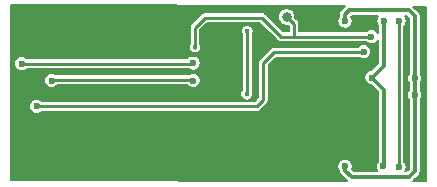
<source format=gbr>
G04 #@! TF.GenerationSoftware,KiCad,Pcbnew,(5.1.10)-1*
G04 #@! TF.CreationDate,2021-08-26T23:10:21-05:00*
G04 #@! TF.ProjectId,OGPsim,4f475073-696d-42e6-9b69-6361645f7063,rev?*
G04 #@! TF.SameCoordinates,Original*
G04 #@! TF.FileFunction,Copper,L2,Bot*
G04 #@! TF.FilePolarity,Positive*
%FSLAX46Y46*%
G04 Gerber Fmt 4.6, Leading zero omitted, Abs format (unit mm)*
G04 Created by KiCad (PCBNEW (5.1.10)-1) date 2021-08-26 23:10:21*
%MOMM*%
%LPD*%
G01*
G04 APERTURE LIST*
G04 #@! TA.AperFunction,ViaPad*
%ADD10C,0.600000*%
G04 #@! TD*
G04 #@! TA.AperFunction,ViaPad*
%ADD11C,0.400000*%
G04 #@! TD*
G04 #@! TA.AperFunction,ViaPad*
%ADD12C,0.800000*%
G04 #@! TD*
G04 #@! TA.AperFunction,Conductor*
%ADD13C,0.350000*%
G04 #@! TD*
G04 #@! TA.AperFunction,Conductor*
%ADD14C,0.250000*%
G04 #@! TD*
G04 #@! TA.AperFunction,Conductor*
%ADD15C,0.175000*%
G04 #@! TD*
G04 #@! TA.AperFunction,Conductor*
%ADD16C,0.100000*%
G04 #@! TD*
G04 APERTURE END LIST*
D10*
X161594800Y-88188800D03*
X161645600Y-100431600D03*
D11*
X148539200Y-91490800D03*
X148539200Y-90830400D03*
X148590000Y-89357200D03*
X148590000Y-88747600D03*
X150520400Y-89611200D03*
X151130000Y-89611200D03*
D12*
X153162000Y-96875600D03*
X153162000Y-98856800D03*
X143052800Y-90424000D03*
X143002000Y-97180400D03*
X147116800Y-94132400D03*
X137668000Y-100482400D03*
X137414000Y-87884000D03*
D10*
X166776400Y-87274400D03*
X166827200Y-101244400D03*
D11*
X165455600Y-98653600D03*
X165506400Y-89154000D03*
D10*
X162560000Y-91897200D03*
X162763200Y-95199200D03*
X157835600Y-93370400D03*
X158292800Y-97282000D03*
X160223200Y-96570800D03*
X158546800Y-101447600D03*
X136347200Y-94183200D03*
X136347200Y-92405200D03*
X148437600Y-92506800D03*
X149250400Y-94386400D03*
X151180800Y-92354400D03*
X153873200Y-87122000D03*
X149047200Y-101498400D03*
X154990800Y-91490800D03*
X160274000Y-100431600D03*
X160274000Y-88138000D03*
X166166800Y-92964000D03*
X166166800Y-94386400D03*
X163525200Y-100431600D03*
X163576000Y-88138000D03*
X162560000Y-92913200D03*
D11*
X147574000Y-90322400D03*
D10*
X162509200Y-89458800D03*
D12*
X155346400Y-87782400D03*
D11*
X151993600Y-89001600D03*
X151942800Y-94335600D03*
D10*
X147421600Y-93167200D03*
X135432800Y-93167200D03*
X161848800Y-90728800D03*
X134162800Y-95351600D03*
X147421600Y-91694000D03*
X132892800Y-91744800D03*
X164846000Y-100482400D03*
X164846000Y-88138000D03*
D13*
X160274000Y-100380800D02*
X160274000Y-100787200D01*
X160274000Y-100787200D02*
X160832800Y-101346000D01*
X160832800Y-101346000D02*
X165658800Y-101346000D01*
X165658800Y-101346000D02*
X166166800Y-100838000D01*
X166166800Y-100838000D02*
X166166800Y-94386400D01*
X166166800Y-87731600D02*
X165658800Y-87223600D01*
X165658800Y-87223600D02*
X160629600Y-87223600D01*
X160274000Y-87579200D02*
X160274000Y-88138000D01*
X160629600Y-87223600D02*
X160274000Y-87579200D01*
X166166800Y-92964000D02*
X166166800Y-87731600D01*
X166166800Y-94386400D02*
X166166800Y-92964000D01*
X162560000Y-92913200D02*
X163576000Y-91897200D01*
X163576000Y-91897200D02*
X163576000Y-91541600D01*
X162560000Y-92913200D02*
X163576000Y-93929200D01*
X163576000Y-91541600D02*
X163576000Y-88138000D01*
X163576000Y-100330000D02*
X163525200Y-100380800D01*
X163576000Y-93929200D02*
X163576000Y-100330000D01*
D14*
X147574000Y-90373200D02*
X147574000Y-88696800D01*
X147574000Y-88696800D02*
X148437600Y-87833200D01*
X154838400Y-89458800D02*
X153212800Y-87833200D01*
X148437600Y-87833200D02*
X153212800Y-87833200D01*
X155956000Y-88392000D02*
X155956000Y-89458800D01*
X155346400Y-87782400D02*
X155956000Y-88392000D01*
X155956000Y-89458800D02*
X154838400Y-89458800D01*
X162509200Y-89458800D02*
X155956000Y-89458800D01*
X151993600Y-94284800D02*
X151942800Y-94335600D01*
X151993600Y-89001600D02*
X151993600Y-94284800D01*
X147421600Y-93116400D02*
X135483600Y-93116400D01*
X135483600Y-93116400D02*
X135432800Y-93167200D01*
X161848800Y-90728800D02*
X161798000Y-90779600D01*
X161798000Y-90779600D02*
X154279600Y-90779600D01*
X154279600Y-90779600D02*
X153365200Y-91694000D01*
X153365200Y-91694000D02*
X153365200Y-94792800D01*
X153365200Y-94792800D02*
X152806400Y-95351600D01*
X152806400Y-95351600D02*
X134213600Y-95351600D01*
X147421600Y-91744800D02*
X132892800Y-91744800D01*
X164846000Y-88138000D02*
X164846000Y-100025200D01*
X164846000Y-100431600D02*
X164846000Y-100025200D01*
D15*
X167125100Y-86904132D02*
X167125101Y-101715132D01*
X166021663Y-101711197D01*
X166022945Y-101710145D01*
X166038990Y-101690594D01*
X166511394Y-101218190D01*
X166530945Y-101202145D01*
X166594989Y-101124107D01*
X166642579Y-101035074D01*
X166671884Y-100938467D01*
X166679300Y-100863170D01*
X166679300Y-100863161D01*
X166681778Y-100838001D01*
X166679300Y-100812841D01*
X166679300Y-94766860D01*
X166731746Y-94688370D01*
X166779802Y-94572352D01*
X166804300Y-94449188D01*
X166804300Y-94323612D01*
X166779802Y-94200448D01*
X166731746Y-94084430D01*
X166679300Y-94005940D01*
X166679300Y-93344460D01*
X166731746Y-93265970D01*
X166779802Y-93149952D01*
X166804300Y-93026788D01*
X166804300Y-92901212D01*
X166779802Y-92778048D01*
X166731746Y-92662030D01*
X166679300Y-92583540D01*
X166679300Y-87756759D01*
X166681778Y-87731599D01*
X166679300Y-87706439D01*
X166679300Y-87706430D01*
X166671884Y-87631133D01*
X166642579Y-87534526D01*
X166594989Y-87445493D01*
X166530945Y-87367455D01*
X166511394Y-87351410D01*
X166060319Y-86900335D01*
X167125100Y-86904132D01*
G04 #@! TA.AperFunction,Conductor*
D16*
G36*
X167125100Y-86904132D02*
G01*
X167125101Y-101715132D01*
X166021663Y-101711197D01*
X166022945Y-101710145D01*
X166038990Y-101690594D01*
X166511394Y-101218190D01*
X166530945Y-101202145D01*
X166594989Y-101124107D01*
X166642579Y-101035074D01*
X166671884Y-100938467D01*
X166679300Y-100863170D01*
X166679300Y-100863161D01*
X166681778Y-100838001D01*
X166679300Y-100812841D01*
X166679300Y-94766860D01*
X166731746Y-94688370D01*
X166779802Y-94572352D01*
X166804300Y-94449188D01*
X166804300Y-94323612D01*
X166779802Y-94200448D01*
X166731746Y-94084430D01*
X166679300Y-94005940D01*
X166679300Y-93344460D01*
X166731746Y-93265970D01*
X166779802Y-93149952D01*
X166804300Y-93026788D01*
X166804300Y-92901212D01*
X166779802Y-92778048D01*
X166731746Y-92662030D01*
X166679300Y-92583540D01*
X166679300Y-87756759D01*
X166681778Y-87731599D01*
X166679300Y-87706439D01*
X166679300Y-87706430D01*
X166671884Y-87631133D01*
X166642579Y-87534526D01*
X166594989Y-87445493D01*
X166530945Y-87367455D01*
X166511394Y-87351410D01*
X166060319Y-86900335D01*
X167125100Y-86904132D01*
G37*
G04 #@! TD.AperFunction*
D15*
X160248807Y-86879609D02*
X159929406Y-87199010D01*
X159909855Y-87215055D01*
X159845811Y-87293093D01*
X159798221Y-87382127D01*
X159768916Y-87478734D01*
X159761500Y-87554031D01*
X159761500Y-87554040D01*
X159759022Y-87579200D01*
X159761500Y-87604361D01*
X159761500Y-87757539D01*
X159709054Y-87836030D01*
X159660998Y-87952048D01*
X159636500Y-88075212D01*
X159636500Y-88200788D01*
X159660998Y-88323952D01*
X159709054Y-88439970D01*
X159778821Y-88544383D01*
X159867617Y-88633179D01*
X159972030Y-88702946D01*
X160088048Y-88751002D01*
X160211212Y-88775500D01*
X160336788Y-88775500D01*
X160459952Y-88751002D01*
X160575970Y-88702946D01*
X160680383Y-88633179D01*
X160769179Y-88544383D01*
X160838946Y-88439970D01*
X160887002Y-88323952D01*
X160911500Y-88200788D01*
X160911500Y-88075212D01*
X160887002Y-87952048D01*
X160838946Y-87836030D01*
X160800096Y-87777888D01*
X160841884Y-87736100D01*
X163077826Y-87736100D01*
X163011054Y-87836030D01*
X162962998Y-87952048D01*
X162938500Y-88075212D01*
X162938500Y-88200788D01*
X162962998Y-88323952D01*
X163011054Y-88439970D01*
X163063501Y-88518462D01*
X163063501Y-89140898D01*
X163004379Y-89052417D01*
X162915583Y-88963621D01*
X162811170Y-88893854D01*
X162695152Y-88845798D01*
X162571988Y-88821300D01*
X162446412Y-88821300D01*
X162323248Y-88845798D01*
X162207230Y-88893854D01*
X162102817Y-88963621D01*
X162070138Y-88996300D01*
X156418500Y-88996300D01*
X156418500Y-88414712D01*
X156420737Y-88392000D01*
X156411807Y-88301334D01*
X156385361Y-88214153D01*
X156342415Y-88133806D01*
X156340717Y-88131737D01*
X156284619Y-88063381D01*
X156266971Y-88048898D01*
X156082110Y-87864037D01*
X156083900Y-87855037D01*
X156083900Y-87709763D01*
X156055558Y-87567279D01*
X155999964Y-87433063D01*
X155919253Y-87312271D01*
X155816529Y-87209547D01*
X155695737Y-87128836D01*
X155561521Y-87073242D01*
X155419037Y-87044900D01*
X155273763Y-87044900D01*
X155131279Y-87073242D01*
X154997063Y-87128836D01*
X154876271Y-87209547D01*
X154773547Y-87312271D01*
X154692836Y-87433063D01*
X154637242Y-87567279D01*
X154608900Y-87709763D01*
X154608900Y-87855037D01*
X154637242Y-87997521D01*
X154692836Y-88131737D01*
X154773547Y-88252529D01*
X154876271Y-88355253D01*
X154997063Y-88435964D01*
X155131279Y-88491558D01*
X155273763Y-88519900D01*
X155419037Y-88519900D01*
X155428037Y-88518110D01*
X155493500Y-88583573D01*
X155493501Y-88996300D01*
X155029974Y-88996300D01*
X153555903Y-87522230D01*
X153541419Y-87504581D01*
X153470994Y-87446785D01*
X153390647Y-87403839D01*
X153303466Y-87377393D01*
X153235512Y-87370700D01*
X153212800Y-87368463D01*
X153190088Y-87370700D01*
X148460312Y-87370700D01*
X148437600Y-87368463D01*
X148346934Y-87377393D01*
X148259752Y-87403839D01*
X148231766Y-87418799D01*
X148179406Y-87446785D01*
X148108981Y-87504581D01*
X148094497Y-87522230D01*
X147263026Y-88353701D01*
X147245382Y-88368181D01*
X147187586Y-88438606D01*
X147164036Y-88482666D01*
X147144640Y-88518953D01*
X147118193Y-88606135D01*
X147109263Y-88696800D01*
X147111501Y-88719522D01*
X147111500Y-90047104D01*
X147097673Y-90067798D01*
X147057156Y-90165617D01*
X147036500Y-90269461D01*
X147036500Y-90375339D01*
X147057156Y-90479183D01*
X147097673Y-90577002D01*
X147156496Y-90665036D01*
X147231364Y-90739904D01*
X147319398Y-90798727D01*
X147417217Y-90839244D01*
X147521061Y-90859900D01*
X147626939Y-90859900D01*
X147730783Y-90839244D01*
X147828602Y-90798727D01*
X147916636Y-90739904D01*
X147991504Y-90665036D01*
X148050327Y-90577002D01*
X148090844Y-90479183D01*
X148111500Y-90375339D01*
X148111500Y-90269461D01*
X148090844Y-90165617D01*
X148050327Y-90067798D01*
X148036500Y-90047105D01*
X148036500Y-88888373D01*
X148629173Y-88295700D01*
X153021227Y-88295700D01*
X154495301Y-89769775D01*
X154509781Y-89787419D01*
X154527423Y-89801897D01*
X154580206Y-89845215D01*
X154660553Y-89888161D01*
X154747734Y-89914607D01*
X154838400Y-89923537D01*
X154861112Y-89921300D01*
X155933288Y-89921300D01*
X155956000Y-89923537D01*
X155978712Y-89921300D01*
X162070138Y-89921300D01*
X162102817Y-89953979D01*
X162207230Y-90023746D01*
X162323248Y-90071802D01*
X162446412Y-90096300D01*
X162571988Y-90096300D01*
X162695152Y-90071802D01*
X162811170Y-90023746D01*
X162915583Y-89953979D01*
X163004379Y-89865183D01*
X163063501Y-89776702D01*
X163063500Y-91516430D01*
X163063500Y-91684915D01*
X162466633Y-92281782D01*
X162374048Y-92300198D01*
X162258030Y-92348254D01*
X162153617Y-92418021D01*
X162064821Y-92506817D01*
X161995054Y-92611230D01*
X161946998Y-92727248D01*
X161922500Y-92850412D01*
X161922500Y-92975988D01*
X161946998Y-93099152D01*
X161995054Y-93215170D01*
X162064821Y-93319583D01*
X162153617Y-93408379D01*
X162258030Y-93478146D01*
X162374048Y-93526202D01*
X162466633Y-93544618D01*
X163063500Y-94141485D01*
X163063501Y-99991737D01*
X163030021Y-100025217D01*
X162960254Y-100129630D01*
X162912198Y-100245648D01*
X162887700Y-100368812D01*
X162887700Y-100494388D01*
X162912198Y-100617552D01*
X162960254Y-100733570D01*
X163027026Y-100833500D01*
X161045085Y-100833500D01*
X160870054Y-100658469D01*
X160887002Y-100617552D01*
X160911500Y-100494388D01*
X160911500Y-100368812D01*
X160887002Y-100245648D01*
X160838946Y-100129630D01*
X160769179Y-100025217D01*
X160680383Y-99936421D01*
X160575970Y-99866654D01*
X160459952Y-99818598D01*
X160336788Y-99794100D01*
X160211212Y-99794100D01*
X160088048Y-99818598D01*
X159972030Y-99866654D01*
X159867617Y-99936421D01*
X159778821Y-100025217D01*
X159709054Y-100129630D01*
X159660998Y-100245648D01*
X159636500Y-100368812D01*
X159636500Y-100494388D01*
X159660998Y-100617552D01*
X159709054Y-100733570D01*
X159761465Y-100812009D01*
X159761500Y-100812360D01*
X159761500Y-100812370D01*
X159766504Y-100863169D01*
X159768917Y-100887667D01*
X159798222Y-100984274D01*
X159845811Y-101073307D01*
X159893810Y-101131794D01*
X159893815Y-101131799D01*
X159909856Y-101151345D01*
X159929401Y-101167385D01*
X160452614Y-101690599D01*
X160453220Y-101691338D01*
X132036100Y-101589993D01*
X132036100Y-95288812D01*
X133525300Y-95288812D01*
X133525300Y-95414388D01*
X133549798Y-95537552D01*
X133597854Y-95653570D01*
X133667621Y-95757983D01*
X133756417Y-95846779D01*
X133860830Y-95916546D01*
X133976848Y-95964602D01*
X134100012Y-95989100D01*
X134225588Y-95989100D01*
X134348752Y-95964602D01*
X134464770Y-95916546D01*
X134569183Y-95846779D01*
X134601862Y-95814100D01*
X152783688Y-95814100D01*
X152806400Y-95816337D01*
X152829112Y-95814100D01*
X152897066Y-95807407D01*
X152984247Y-95780961D01*
X153064594Y-95738015D01*
X153135019Y-95680219D01*
X153149503Y-95662570D01*
X153676175Y-95135899D01*
X153693819Y-95121419D01*
X153751615Y-95050994D01*
X153794561Y-94970647D01*
X153821007Y-94883466D01*
X153827700Y-94815512D01*
X153829937Y-94792800D01*
X153827700Y-94770088D01*
X153827700Y-91885573D01*
X154471173Y-91242100D01*
X161469537Y-91242100D01*
X161546830Y-91293746D01*
X161662848Y-91341802D01*
X161786012Y-91366300D01*
X161911588Y-91366300D01*
X162034752Y-91341802D01*
X162150770Y-91293746D01*
X162255183Y-91223979D01*
X162343979Y-91135183D01*
X162413746Y-91030770D01*
X162461802Y-90914752D01*
X162486300Y-90791588D01*
X162486300Y-90666012D01*
X162461802Y-90542848D01*
X162413746Y-90426830D01*
X162343979Y-90322417D01*
X162255183Y-90233621D01*
X162150770Y-90163854D01*
X162034752Y-90115798D01*
X161911588Y-90091300D01*
X161786012Y-90091300D01*
X161662848Y-90115798D01*
X161546830Y-90163854D01*
X161442417Y-90233621D01*
X161358938Y-90317100D01*
X154302312Y-90317100D01*
X154279600Y-90314863D01*
X154188934Y-90323793D01*
X154101753Y-90350239D01*
X154021406Y-90393185D01*
X153950981Y-90450981D01*
X153936497Y-90468630D01*
X153054230Y-91350897D01*
X153036581Y-91365381D01*
X152978785Y-91435807D01*
X152935839Y-91516154D01*
X152909393Y-91603334D01*
X152909393Y-91603335D01*
X152900463Y-91694000D01*
X152902700Y-91716712D01*
X152902701Y-94601225D01*
X152614827Y-94889100D01*
X134601862Y-94889100D01*
X134569183Y-94856421D01*
X134464770Y-94786654D01*
X134348752Y-94738598D01*
X134225588Y-94714100D01*
X134100012Y-94714100D01*
X133976848Y-94738598D01*
X133860830Y-94786654D01*
X133756417Y-94856421D01*
X133667621Y-94945217D01*
X133597854Y-95049630D01*
X133549798Y-95165648D01*
X133525300Y-95288812D01*
X132036100Y-95288812D01*
X132036100Y-94282661D01*
X151405300Y-94282661D01*
X151405300Y-94388539D01*
X151425956Y-94492383D01*
X151466473Y-94590202D01*
X151525296Y-94678236D01*
X151600164Y-94753104D01*
X151688198Y-94811927D01*
X151786017Y-94852444D01*
X151889861Y-94873100D01*
X151995739Y-94873100D01*
X152099583Y-94852444D01*
X152197402Y-94811927D01*
X152285436Y-94753104D01*
X152360304Y-94678236D01*
X152419127Y-94590202D01*
X152459644Y-94492383D01*
X152480300Y-94388539D01*
X152480300Y-94282661D01*
X152459644Y-94178817D01*
X152456100Y-94170261D01*
X152456100Y-89276895D01*
X152469927Y-89256202D01*
X152510444Y-89158383D01*
X152531100Y-89054539D01*
X152531100Y-88948661D01*
X152510444Y-88844817D01*
X152469927Y-88746998D01*
X152411104Y-88658964D01*
X152336236Y-88584096D01*
X152248202Y-88525273D01*
X152150383Y-88484756D01*
X152046539Y-88464100D01*
X151940661Y-88464100D01*
X151836817Y-88484756D01*
X151738998Y-88525273D01*
X151650964Y-88584096D01*
X151576096Y-88658964D01*
X151517273Y-88746998D01*
X151476756Y-88844817D01*
X151456100Y-88948661D01*
X151456100Y-89054539D01*
X151476756Y-89158383D01*
X151517273Y-89256202D01*
X151531100Y-89276895D01*
X151531101Y-93987159D01*
X151525296Y-93992964D01*
X151466473Y-94080998D01*
X151425956Y-94178817D01*
X151405300Y-94282661D01*
X132036100Y-94282661D01*
X132036100Y-93104412D01*
X134795300Y-93104412D01*
X134795300Y-93229988D01*
X134819798Y-93353152D01*
X134867854Y-93469170D01*
X134937621Y-93573583D01*
X135026417Y-93662379D01*
X135130830Y-93732146D01*
X135246848Y-93780202D01*
X135370012Y-93804700D01*
X135495588Y-93804700D01*
X135618752Y-93780202D01*
X135734770Y-93732146D01*
X135839183Y-93662379D01*
X135922662Y-93578900D01*
X146931738Y-93578900D01*
X147015217Y-93662379D01*
X147119630Y-93732146D01*
X147235648Y-93780202D01*
X147358812Y-93804700D01*
X147484388Y-93804700D01*
X147607552Y-93780202D01*
X147723570Y-93732146D01*
X147827983Y-93662379D01*
X147916779Y-93573583D01*
X147986546Y-93469170D01*
X148034602Y-93353152D01*
X148059100Y-93229988D01*
X148059100Y-93104412D01*
X148034602Y-92981248D01*
X147986546Y-92865230D01*
X147916779Y-92760817D01*
X147827983Y-92672021D01*
X147723570Y-92602254D01*
X147607552Y-92554198D01*
X147484388Y-92529700D01*
X147358812Y-92529700D01*
X147235648Y-92554198D01*
X147119630Y-92602254D01*
X147042337Y-92653900D01*
X135812063Y-92653900D01*
X135734770Y-92602254D01*
X135618752Y-92554198D01*
X135495588Y-92529700D01*
X135370012Y-92529700D01*
X135246848Y-92554198D01*
X135130830Y-92602254D01*
X135026417Y-92672021D01*
X134937621Y-92760817D01*
X134867854Y-92865230D01*
X134819798Y-92981248D01*
X134795300Y-93104412D01*
X132036100Y-93104412D01*
X132036100Y-91682012D01*
X132255300Y-91682012D01*
X132255300Y-91807588D01*
X132279798Y-91930752D01*
X132327854Y-92046770D01*
X132397621Y-92151183D01*
X132486417Y-92239979D01*
X132590830Y-92309746D01*
X132706848Y-92357802D01*
X132830012Y-92382300D01*
X132955588Y-92382300D01*
X133078752Y-92357802D01*
X133194770Y-92309746D01*
X133299183Y-92239979D01*
X133331862Y-92207300D01*
X147042337Y-92207300D01*
X147119630Y-92258946D01*
X147235648Y-92307002D01*
X147358812Y-92331500D01*
X147484388Y-92331500D01*
X147607552Y-92307002D01*
X147723570Y-92258946D01*
X147827983Y-92189179D01*
X147916779Y-92100383D01*
X147986546Y-91995970D01*
X148034602Y-91879952D01*
X148059100Y-91756788D01*
X148059100Y-91631212D01*
X148034602Y-91508048D01*
X147986546Y-91392030D01*
X147916779Y-91287617D01*
X147827983Y-91198821D01*
X147723570Y-91129054D01*
X147607552Y-91080998D01*
X147484388Y-91056500D01*
X147358812Y-91056500D01*
X147235648Y-91080998D01*
X147119630Y-91129054D01*
X147015217Y-91198821D01*
X146931738Y-91282300D01*
X133331862Y-91282300D01*
X133299183Y-91249621D01*
X133194770Y-91179854D01*
X133078752Y-91131798D01*
X132955588Y-91107300D01*
X132830012Y-91107300D01*
X132706848Y-91131798D01*
X132590830Y-91179854D01*
X132486417Y-91249621D01*
X132397621Y-91338417D01*
X132327854Y-91442830D01*
X132279798Y-91558848D01*
X132255300Y-91682012D01*
X132036100Y-91682012D01*
X132036100Y-86778993D01*
X160248807Y-86879609D01*
G04 #@! TA.AperFunction,Conductor*
D16*
G36*
X160248807Y-86879609D02*
G01*
X159929406Y-87199010D01*
X159909855Y-87215055D01*
X159845811Y-87293093D01*
X159798221Y-87382127D01*
X159768916Y-87478734D01*
X159761500Y-87554031D01*
X159761500Y-87554040D01*
X159759022Y-87579200D01*
X159761500Y-87604361D01*
X159761500Y-87757539D01*
X159709054Y-87836030D01*
X159660998Y-87952048D01*
X159636500Y-88075212D01*
X159636500Y-88200788D01*
X159660998Y-88323952D01*
X159709054Y-88439970D01*
X159778821Y-88544383D01*
X159867617Y-88633179D01*
X159972030Y-88702946D01*
X160088048Y-88751002D01*
X160211212Y-88775500D01*
X160336788Y-88775500D01*
X160459952Y-88751002D01*
X160575970Y-88702946D01*
X160680383Y-88633179D01*
X160769179Y-88544383D01*
X160838946Y-88439970D01*
X160887002Y-88323952D01*
X160911500Y-88200788D01*
X160911500Y-88075212D01*
X160887002Y-87952048D01*
X160838946Y-87836030D01*
X160800096Y-87777888D01*
X160841884Y-87736100D01*
X163077826Y-87736100D01*
X163011054Y-87836030D01*
X162962998Y-87952048D01*
X162938500Y-88075212D01*
X162938500Y-88200788D01*
X162962998Y-88323952D01*
X163011054Y-88439970D01*
X163063501Y-88518462D01*
X163063501Y-89140898D01*
X163004379Y-89052417D01*
X162915583Y-88963621D01*
X162811170Y-88893854D01*
X162695152Y-88845798D01*
X162571988Y-88821300D01*
X162446412Y-88821300D01*
X162323248Y-88845798D01*
X162207230Y-88893854D01*
X162102817Y-88963621D01*
X162070138Y-88996300D01*
X156418500Y-88996300D01*
X156418500Y-88414712D01*
X156420737Y-88392000D01*
X156411807Y-88301334D01*
X156385361Y-88214153D01*
X156342415Y-88133806D01*
X156340717Y-88131737D01*
X156284619Y-88063381D01*
X156266971Y-88048898D01*
X156082110Y-87864037D01*
X156083900Y-87855037D01*
X156083900Y-87709763D01*
X156055558Y-87567279D01*
X155999964Y-87433063D01*
X155919253Y-87312271D01*
X155816529Y-87209547D01*
X155695737Y-87128836D01*
X155561521Y-87073242D01*
X155419037Y-87044900D01*
X155273763Y-87044900D01*
X155131279Y-87073242D01*
X154997063Y-87128836D01*
X154876271Y-87209547D01*
X154773547Y-87312271D01*
X154692836Y-87433063D01*
X154637242Y-87567279D01*
X154608900Y-87709763D01*
X154608900Y-87855037D01*
X154637242Y-87997521D01*
X154692836Y-88131737D01*
X154773547Y-88252529D01*
X154876271Y-88355253D01*
X154997063Y-88435964D01*
X155131279Y-88491558D01*
X155273763Y-88519900D01*
X155419037Y-88519900D01*
X155428037Y-88518110D01*
X155493500Y-88583573D01*
X155493501Y-88996300D01*
X155029974Y-88996300D01*
X153555903Y-87522230D01*
X153541419Y-87504581D01*
X153470994Y-87446785D01*
X153390647Y-87403839D01*
X153303466Y-87377393D01*
X153235512Y-87370700D01*
X153212800Y-87368463D01*
X153190088Y-87370700D01*
X148460312Y-87370700D01*
X148437600Y-87368463D01*
X148346934Y-87377393D01*
X148259752Y-87403839D01*
X148231766Y-87418799D01*
X148179406Y-87446785D01*
X148108981Y-87504581D01*
X148094497Y-87522230D01*
X147263026Y-88353701D01*
X147245382Y-88368181D01*
X147187586Y-88438606D01*
X147164036Y-88482666D01*
X147144640Y-88518953D01*
X147118193Y-88606135D01*
X147109263Y-88696800D01*
X147111501Y-88719522D01*
X147111500Y-90047104D01*
X147097673Y-90067798D01*
X147057156Y-90165617D01*
X147036500Y-90269461D01*
X147036500Y-90375339D01*
X147057156Y-90479183D01*
X147097673Y-90577002D01*
X147156496Y-90665036D01*
X147231364Y-90739904D01*
X147319398Y-90798727D01*
X147417217Y-90839244D01*
X147521061Y-90859900D01*
X147626939Y-90859900D01*
X147730783Y-90839244D01*
X147828602Y-90798727D01*
X147916636Y-90739904D01*
X147991504Y-90665036D01*
X148050327Y-90577002D01*
X148090844Y-90479183D01*
X148111500Y-90375339D01*
X148111500Y-90269461D01*
X148090844Y-90165617D01*
X148050327Y-90067798D01*
X148036500Y-90047105D01*
X148036500Y-88888373D01*
X148629173Y-88295700D01*
X153021227Y-88295700D01*
X154495301Y-89769775D01*
X154509781Y-89787419D01*
X154527423Y-89801897D01*
X154580206Y-89845215D01*
X154660553Y-89888161D01*
X154747734Y-89914607D01*
X154838400Y-89923537D01*
X154861112Y-89921300D01*
X155933288Y-89921300D01*
X155956000Y-89923537D01*
X155978712Y-89921300D01*
X162070138Y-89921300D01*
X162102817Y-89953979D01*
X162207230Y-90023746D01*
X162323248Y-90071802D01*
X162446412Y-90096300D01*
X162571988Y-90096300D01*
X162695152Y-90071802D01*
X162811170Y-90023746D01*
X162915583Y-89953979D01*
X163004379Y-89865183D01*
X163063501Y-89776702D01*
X163063500Y-91516430D01*
X163063500Y-91684915D01*
X162466633Y-92281782D01*
X162374048Y-92300198D01*
X162258030Y-92348254D01*
X162153617Y-92418021D01*
X162064821Y-92506817D01*
X161995054Y-92611230D01*
X161946998Y-92727248D01*
X161922500Y-92850412D01*
X161922500Y-92975988D01*
X161946998Y-93099152D01*
X161995054Y-93215170D01*
X162064821Y-93319583D01*
X162153617Y-93408379D01*
X162258030Y-93478146D01*
X162374048Y-93526202D01*
X162466633Y-93544618D01*
X163063500Y-94141485D01*
X163063501Y-99991737D01*
X163030021Y-100025217D01*
X162960254Y-100129630D01*
X162912198Y-100245648D01*
X162887700Y-100368812D01*
X162887700Y-100494388D01*
X162912198Y-100617552D01*
X162960254Y-100733570D01*
X163027026Y-100833500D01*
X161045085Y-100833500D01*
X160870054Y-100658469D01*
X160887002Y-100617552D01*
X160911500Y-100494388D01*
X160911500Y-100368812D01*
X160887002Y-100245648D01*
X160838946Y-100129630D01*
X160769179Y-100025217D01*
X160680383Y-99936421D01*
X160575970Y-99866654D01*
X160459952Y-99818598D01*
X160336788Y-99794100D01*
X160211212Y-99794100D01*
X160088048Y-99818598D01*
X159972030Y-99866654D01*
X159867617Y-99936421D01*
X159778821Y-100025217D01*
X159709054Y-100129630D01*
X159660998Y-100245648D01*
X159636500Y-100368812D01*
X159636500Y-100494388D01*
X159660998Y-100617552D01*
X159709054Y-100733570D01*
X159761465Y-100812009D01*
X159761500Y-100812360D01*
X159761500Y-100812370D01*
X159766504Y-100863169D01*
X159768917Y-100887667D01*
X159798222Y-100984274D01*
X159845811Y-101073307D01*
X159893810Y-101131794D01*
X159893815Y-101131799D01*
X159909856Y-101151345D01*
X159929401Y-101167385D01*
X160452614Y-101690599D01*
X160453220Y-101691338D01*
X132036100Y-101589993D01*
X132036100Y-95288812D01*
X133525300Y-95288812D01*
X133525300Y-95414388D01*
X133549798Y-95537552D01*
X133597854Y-95653570D01*
X133667621Y-95757983D01*
X133756417Y-95846779D01*
X133860830Y-95916546D01*
X133976848Y-95964602D01*
X134100012Y-95989100D01*
X134225588Y-95989100D01*
X134348752Y-95964602D01*
X134464770Y-95916546D01*
X134569183Y-95846779D01*
X134601862Y-95814100D01*
X152783688Y-95814100D01*
X152806400Y-95816337D01*
X152829112Y-95814100D01*
X152897066Y-95807407D01*
X152984247Y-95780961D01*
X153064594Y-95738015D01*
X153135019Y-95680219D01*
X153149503Y-95662570D01*
X153676175Y-95135899D01*
X153693819Y-95121419D01*
X153751615Y-95050994D01*
X153794561Y-94970647D01*
X153821007Y-94883466D01*
X153827700Y-94815512D01*
X153829937Y-94792800D01*
X153827700Y-94770088D01*
X153827700Y-91885573D01*
X154471173Y-91242100D01*
X161469537Y-91242100D01*
X161546830Y-91293746D01*
X161662848Y-91341802D01*
X161786012Y-91366300D01*
X161911588Y-91366300D01*
X162034752Y-91341802D01*
X162150770Y-91293746D01*
X162255183Y-91223979D01*
X162343979Y-91135183D01*
X162413746Y-91030770D01*
X162461802Y-90914752D01*
X162486300Y-90791588D01*
X162486300Y-90666012D01*
X162461802Y-90542848D01*
X162413746Y-90426830D01*
X162343979Y-90322417D01*
X162255183Y-90233621D01*
X162150770Y-90163854D01*
X162034752Y-90115798D01*
X161911588Y-90091300D01*
X161786012Y-90091300D01*
X161662848Y-90115798D01*
X161546830Y-90163854D01*
X161442417Y-90233621D01*
X161358938Y-90317100D01*
X154302312Y-90317100D01*
X154279600Y-90314863D01*
X154188934Y-90323793D01*
X154101753Y-90350239D01*
X154021406Y-90393185D01*
X153950981Y-90450981D01*
X153936497Y-90468630D01*
X153054230Y-91350897D01*
X153036581Y-91365381D01*
X152978785Y-91435807D01*
X152935839Y-91516154D01*
X152909393Y-91603334D01*
X152909393Y-91603335D01*
X152900463Y-91694000D01*
X152902700Y-91716712D01*
X152902701Y-94601225D01*
X152614827Y-94889100D01*
X134601862Y-94889100D01*
X134569183Y-94856421D01*
X134464770Y-94786654D01*
X134348752Y-94738598D01*
X134225588Y-94714100D01*
X134100012Y-94714100D01*
X133976848Y-94738598D01*
X133860830Y-94786654D01*
X133756417Y-94856421D01*
X133667621Y-94945217D01*
X133597854Y-95049630D01*
X133549798Y-95165648D01*
X133525300Y-95288812D01*
X132036100Y-95288812D01*
X132036100Y-94282661D01*
X151405300Y-94282661D01*
X151405300Y-94388539D01*
X151425956Y-94492383D01*
X151466473Y-94590202D01*
X151525296Y-94678236D01*
X151600164Y-94753104D01*
X151688198Y-94811927D01*
X151786017Y-94852444D01*
X151889861Y-94873100D01*
X151995739Y-94873100D01*
X152099583Y-94852444D01*
X152197402Y-94811927D01*
X152285436Y-94753104D01*
X152360304Y-94678236D01*
X152419127Y-94590202D01*
X152459644Y-94492383D01*
X152480300Y-94388539D01*
X152480300Y-94282661D01*
X152459644Y-94178817D01*
X152456100Y-94170261D01*
X152456100Y-89276895D01*
X152469927Y-89256202D01*
X152510444Y-89158383D01*
X152531100Y-89054539D01*
X152531100Y-88948661D01*
X152510444Y-88844817D01*
X152469927Y-88746998D01*
X152411104Y-88658964D01*
X152336236Y-88584096D01*
X152248202Y-88525273D01*
X152150383Y-88484756D01*
X152046539Y-88464100D01*
X151940661Y-88464100D01*
X151836817Y-88484756D01*
X151738998Y-88525273D01*
X151650964Y-88584096D01*
X151576096Y-88658964D01*
X151517273Y-88746998D01*
X151476756Y-88844817D01*
X151456100Y-88948661D01*
X151456100Y-89054539D01*
X151476756Y-89158383D01*
X151517273Y-89256202D01*
X151531100Y-89276895D01*
X151531101Y-93987159D01*
X151525296Y-93992964D01*
X151466473Y-94080998D01*
X151425956Y-94178817D01*
X151405300Y-94282661D01*
X132036100Y-94282661D01*
X132036100Y-93104412D01*
X134795300Y-93104412D01*
X134795300Y-93229988D01*
X134819798Y-93353152D01*
X134867854Y-93469170D01*
X134937621Y-93573583D01*
X135026417Y-93662379D01*
X135130830Y-93732146D01*
X135246848Y-93780202D01*
X135370012Y-93804700D01*
X135495588Y-93804700D01*
X135618752Y-93780202D01*
X135734770Y-93732146D01*
X135839183Y-93662379D01*
X135922662Y-93578900D01*
X146931738Y-93578900D01*
X147015217Y-93662379D01*
X147119630Y-93732146D01*
X147235648Y-93780202D01*
X147358812Y-93804700D01*
X147484388Y-93804700D01*
X147607552Y-93780202D01*
X147723570Y-93732146D01*
X147827983Y-93662379D01*
X147916779Y-93573583D01*
X147986546Y-93469170D01*
X148034602Y-93353152D01*
X148059100Y-93229988D01*
X148059100Y-93104412D01*
X148034602Y-92981248D01*
X147986546Y-92865230D01*
X147916779Y-92760817D01*
X147827983Y-92672021D01*
X147723570Y-92602254D01*
X147607552Y-92554198D01*
X147484388Y-92529700D01*
X147358812Y-92529700D01*
X147235648Y-92554198D01*
X147119630Y-92602254D01*
X147042337Y-92653900D01*
X135812063Y-92653900D01*
X135734770Y-92602254D01*
X135618752Y-92554198D01*
X135495588Y-92529700D01*
X135370012Y-92529700D01*
X135246848Y-92554198D01*
X135130830Y-92602254D01*
X135026417Y-92672021D01*
X134937621Y-92760817D01*
X134867854Y-92865230D01*
X134819798Y-92981248D01*
X134795300Y-93104412D01*
X132036100Y-93104412D01*
X132036100Y-91682012D01*
X132255300Y-91682012D01*
X132255300Y-91807588D01*
X132279798Y-91930752D01*
X132327854Y-92046770D01*
X132397621Y-92151183D01*
X132486417Y-92239979D01*
X132590830Y-92309746D01*
X132706848Y-92357802D01*
X132830012Y-92382300D01*
X132955588Y-92382300D01*
X133078752Y-92357802D01*
X133194770Y-92309746D01*
X133299183Y-92239979D01*
X133331862Y-92207300D01*
X147042337Y-92207300D01*
X147119630Y-92258946D01*
X147235648Y-92307002D01*
X147358812Y-92331500D01*
X147484388Y-92331500D01*
X147607552Y-92307002D01*
X147723570Y-92258946D01*
X147827983Y-92189179D01*
X147916779Y-92100383D01*
X147986546Y-91995970D01*
X148034602Y-91879952D01*
X148059100Y-91756788D01*
X148059100Y-91631212D01*
X148034602Y-91508048D01*
X147986546Y-91392030D01*
X147916779Y-91287617D01*
X147827983Y-91198821D01*
X147723570Y-91129054D01*
X147607552Y-91080998D01*
X147484388Y-91056500D01*
X147358812Y-91056500D01*
X147235648Y-91080998D01*
X147119630Y-91129054D01*
X147015217Y-91198821D01*
X146931738Y-91282300D01*
X133331862Y-91282300D01*
X133299183Y-91249621D01*
X133194770Y-91179854D01*
X133078752Y-91131798D01*
X132955588Y-91107300D01*
X132830012Y-91107300D01*
X132706848Y-91131798D01*
X132590830Y-91179854D01*
X132486417Y-91249621D01*
X132397621Y-91338417D01*
X132327854Y-91442830D01*
X132279798Y-91558848D01*
X132255300Y-91682012D01*
X132036100Y-91682012D01*
X132036100Y-86778993D01*
X160248807Y-86879609D01*
G37*
G04 #@! TD.AperFunction*
D15*
X165654301Y-87943885D02*
X165654300Y-92583539D01*
X165601854Y-92662030D01*
X165553798Y-92778048D01*
X165529300Y-92901212D01*
X165529300Y-93026788D01*
X165553798Y-93149952D01*
X165601854Y-93265970D01*
X165654301Y-93344462D01*
X165654300Y-94005939D01*
X165601854Y-94084430D01*
X165553798Y-94200448D01*
X165529300Y-94323612D01*
X165529300Y-94449188D01*
X165553798Y-94572352D01*
X165601854Y-94688370D01*
X165654301Y-94766862D01*
X165654300Y-100625716D01*
X165446516Y-100833500D01*
X165378118Y-100833500D01*
X165410946Y-100784370D01*
X165459002Y-100668352D01*
X165483500Y-100545188D01*
X165483500Y-100419612D01*
X165459002Y-100296448D01*
X165410946Y-100180430D01*
X165341179Y-100076017D01*
X165308500Y-100043338D01*
X165308500Y-88577062D01*
X165341179Y-88544383D01*
X165410946Y-88439970D01*
X165459002Y-88323952D01*
X165483500Y-88200788D01*
X165483500Y-88075212D01*
X165459002Y-87952048D01*
X165410946Y-87836030D01*
X165344174Y-87736100D01*
X165446516Y-87736100D01*
X165654301Y-87943885D01*
G04 #@! TA.AperFunction,Conductor*
D16*
G36*
X165654301Y-87943885D02*
G01*
X165654300Y-92583539D01*
X165601854Y-92662030D01*
X165553798Y-92778048D01*
X165529300Y-92901212D01*
X165529300Y-93026788D01*
X165553798Y-93149952D01*
X165601854Y-93265970D01*
X165654301Y-93344462D01*
X165654300Y-94005939D01*
X165601854Y-94084430D01*
X165553798Y-94200448D01*
X165529300Y-94323612D01*
X165529300Y-94449188D01*
X165553798Y-94572352D01*
X165601854Y-94688370D01*
X165654301Y-94766862D01*
X165654300Y-100625716D01*
X165446516Y-100833500D01*
X165378118Y-100833500D01*
X165410946Y-100784370D01*
X165459002Y-100668352D01*
X165483500Y-100545188D01*
X165483500Y-100419612D01*
X165459002Y-100296448D01*
X165410946Y-100180430D01*
X165341179Y-100076017D01*
X165308500Y-100043338D01*
X165308500Y-88577062D01*
X165341179Y-88544383D01*
X165410946Y-88439970D01*
X165459002Y-88323952D01*
X165483500Y-88200788D01*
X165483500Y-88075212D01*
X165459002Y-87952048D01*
X165410946Y-87836030D01*
X165344174Y-87736100D01*
X165446516Y-87736100D01*
X165654301Y-87943885D01*
G37*
G04 #@! TD.AperFunction*
M02*

</source>
